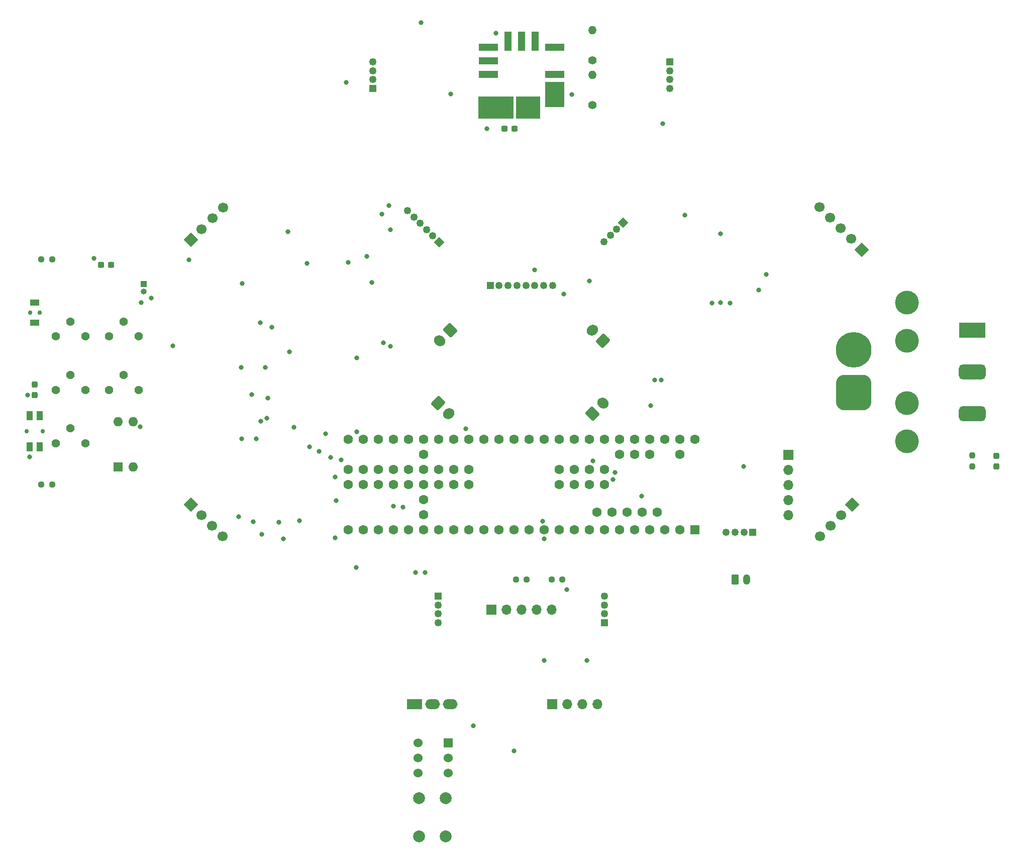
<source format=gbs>
G04 #@! TF.GenerationSoftware,KiCad,Pcbnew,(6.0.1)*
G04 #@! TF.CreationDate,2022-02-25T12:40:39+09:00*
G04 #@! TF.ProjectId,main20220221,6d61696e-3230-4323-9230-3232312e6b69,rev?*
G04 #@! TF.SameCoordinates,Original*
G04 #@! TF.FileFunction,Soldermask,Bot*
G04 #@! TF.FilePolarity,Negative*
%FSLAX46Y46*%
G04 Gerber Fmt 4.6, Leading zero omitted, Abs format (unit mm)*
G04 Created by KiCad (PCBNEW (6.0.1)) date 2022-02-25 12:40:39*
%MOMM*%
%LPD*%
G01*
G04 APERTURE LIST*
G04 Aperture macros list*
%AMRoundRect*
0 Rectangle with rounded corners*
0 $1 Rounding radius*
0 $2 $3 $4 $5 $6 $7 $8 $9 X,Y pos of 4 corners*
0 Add a 4 corners polygon primitive as box body*
4,1,4,$2,$3,$4,$5,$6,$7,$8,$9,$2,$3,0*
0 Add four circle primitives for the rounded corners*
1,1,$1+$1,$2,$3*
1,1,$1+$1,$4,$5*
1,1,$1+$1,$6,$7*
1,1,$1+$1,$8,$9*
0 Add four rect primitives between the rounded corners*
20,1,$1+$1,$2,$3,$4,$5,0*
20,1,$1+$1,$4,$5,$6,$7,0*
20,1,$1+$1,$6,$7,$8,$9,0*
20,1,$1+$1,$8,$9,$2,$3,0*%
%AMHorizOval*
0 Thick line with rounded ends*
0 $1 width*
0 $2 $3 position (X,Y) of the first rounded end (center of the circle)*
0 $4 $5 position (X,Y) of the second rounded end (center of the circle)*
0 Add line between two ends*
20,1,$1,$2,$3,$4,$5,0*
0 Add two circle primitives to create the rounded ends*
1,1,$1,$2,$3*
1,1,$1,$4,$5*%
%AMRotRect*
0 Rectangle, with rotation*
0 The origin of the aperture is its center*
0 $1 length*
0 $2 width*
0 $3 Rotation angle, in degrees counterclockwise*
0 Add horizontal line*
21,1,$1,$2,0,0,$3*%
G04 Aperture macros list end*
%ADD10C,1.400000*%
%ADD11O,1.400000X1.400000*%
%ADD12R,1.250000X1.250000*%
%ADD13C,1.250000*%
%ADD14R,1.700000X1.700000*%
%ADD15O,1.700000X1.700000*%
%ADD16R,1.600000X1.600000*%
%ADD17O,1.600000X1.600000*%
%ADD18R,2.500000X1.700000*%
%ADD19O,2.500000X1.700000*%
%ADD20C,1.431000*%
%ADD21RoundRect,0.250000X-0.954594X-0.106066X-0.106066X-0.954594X0.954594X0.106066X0.106066X0.954594X0*%
%ADD22HorizOval,1.700000X-0.106066X-0.106066X0.106066X0.106066X0*%
%ADD23RoundRect,0.250000X0.106066X-0.954594X0.954594X-0.106066X-0.106066X0.954594X-0.954594X0.106066X0*%
%ADD24HorizOval,1.700000X-0.106066X0.106066X0.106066X-0.106066X0*%
%ADD25RoundRect,0.250000X-0.106066X0.954594X-0.954594X0.106066X0.106066X-0.954594X0.954594X-0.106066X0*%
%ADD26C,4.000000*%
%ADD27R,1.000000X1.000000*%
%ADD28O,1.000000X1.000000*%
%ADD29RoundRect,0.250000X-0.350000X-0.625000X0.350000X-0.625000X0.350000X0.625000X-0.350000X0.625000X0*%
%ADD30O,1.200000X1.750000*%
%ADD31RoundRect,0.631000X-1.631000X-0.631000X1.631000X-0.631000X1.631000X0.631000X-1.631000X0.631000X0*%
%ADD32R,4.524000X2.524000*%
%ADD33R,1.251000X1.251000*%
%ADD34C,1.251000*%
%ADD35C,2.000000*%
%ADD36RoundRect,1.500000X1.500000X-1.500000X1.500000X1.500000X-1.500000X1.500000X-1.500000X-1.500000X0*%
%ADD37C,6.000000*%
%ADD38R,1.524000X1.524000*%
%ADD39C,1.524000*%
%ADD40RoundRect,0.250000X0.954594X0.106066X0.106066X0.954594X-0.954594X-0.106066X-0.106066X-0.954594X0*%
%ADD41HorizOval,1.700000X0.106066X0.106066X-0.106066X-0.106066X0*%
%ADD42RotRect,1.251000X1.251000X225.000000*%
%ADD43RotRect,1.251000X1.251000X135.000000*%
%ADD44RotRect,1.700000X1.700000X225.000000*%
%ADD45HorizOval,1.700000X0.000000X0.000000X0.000000X0.000000X0*%
%ADD46RoundRect,0.237500X-0.300000X-0.237500X0.300000X-0.237500X0.300000X0.237500X-0.300000X0.237500X0*%
%ADD47RoundRect,0.237500X-0.237500X0.300000X-0.237500X-0.300000X0.237500X-0.300000X0.237500X0.300000X0*%
%ADD48RoundRect,0.237500X0.250000X0.237500X-0.250000X0.237500X-0.250000X-0.237500X0.250000X-0.237500X0*%
%ADD49C,0.750000*%
%ADD50R,1.000000X1.550000*%
%ADD51C,1.600000*%
%ADD52RoundRect,0.237500X-0.237500X0.250000X-0.237500X-0.250000X0.237500X-0.250000X0.237500X0.250000X0*%
%ADD53R,1.600000X1.050000*%
%ADD54RotRect,1.700000X1.700000X135.000000*%
%ADD55HorizOval,1.700000X0.000000X0.000000X0.000000X0.000000X0*%
%ADD56RotRect,1.700000X1.700000X45.000000*%
%ADD57HorizOval,1.700000X0.000000X0.000000X0.000000X0.000000X0*%
%ADD58RoundRect,0.237500X-0.237500X0.287500X-0.237500X-0.287500X0.237500X-0.287500X0.237500X0.287500X0*%
%ADD59RotRect,1.700000X1.700000X315.000000*%
%ADD60HorizOval,1.700000X0.000000X0.000000X0.000000X0.000000X0*%
%ADD61R,3.300000X1.270000*%
%ADD62R,5.890000X3.810000*%
%ADD63R,4.120000X3.830000*%
%ADD64R,3.300000X4.320000*%
%ADD65R,1.270000X3.300000*%
%ADD66C,0.800000*%
G04 APERTURE END LIST*
D10*
X147000000Y-45000000D03*
D11*
X147000000Y-39920000D03*
D12*
X129750000Y-75425000D03*
D13*
X131250000Y-75425000D03*
X132750000Y-75425000D03*
X134250000Y-75425000D03*
X135750000Y-75425000D03*
X137250000Y-75425000D03*
X138750000Y-75425000D03*
X140250000Y-75425000D03*
D14*
X140190000Y-146000000D03*
D15*
X142730000Y-146000000D03*
X145270000Y-146000000D03*
X147810000Y-146000000D03*
D16*
X67000000Y-106000000D03*
D17*
X69540000Y-106000000D03*
X69540000Y-98380000D03*
X67000000Y-98380000D03*
D18*
X117000000Y-146000000D03*
D19*
X120000000Y-146000000D03*
X123000000Y-146000000D03*
D20*
X56500000Y-84000000D03*
X59000000Y-81500000D03*
X61500000Y-84000000D03*
D21*
X121000000Y-95232200D03*
D22*
X122767767Y-96999967D03*
D23*
X147000000Y-97000000D03*
D24*
X148767767Y-95232233D03*
D25*
X123000000Y-83000000D03*
D24*
X121232233Y-84767767D03*
D12*
X174000000Y-117000000D03*
D13*
X172500000Y-117000000D03*
X171000000Y-117000000D03*
X169500000Y-117000000D03*
D26*
X200000000Y-84754000D03*
X200000000Y-95246000D03*
X200000000Y-78316000D03*
X200000000Y-101684000D03*
D27*
X71374000Y-75184000D03*
D28*
X71374000Y-76454000D03*
D29*
X171000000Y-125000000D03*
D30*
X173000000Y-125000000D03*
D31*
X211000000Y-97000000D03*
D32*
X211000000Y-83000000D03*
D31*
X211000000Y-90000000D03*
D33*
X110000000Y-42250000D03*
D34*
X110000000Y-40750000D03*
X110000000Y-39250000D03*
X110000000Y-37750000D03*
D20*
X65500000Y-93000000D03*
X68000000Y-90500000D03*
X70500000Y-93000000D03*
D10*
X147000000Y-37540000D03*
D11*
X147000000Y-32460000D03*
D35*
X117750000Y-161750000D03*
X117750000Y-168250000D03*
X122250000Y-168250000D03*
X122250000Y-161750000D03*
D36*
X191000000Y-93500000D03*
D37*
X191000000Y-86300000D03*
D33*
X121000000Y-127750000D03*
D34*
X121000000Y-129250000D03*
X121000000Y-130750000D03*
X121000000Y-132250000D03*
D20*
X65500000Y-84000000D03*
X68000000Y-81500000D03*
X70500000Y-84000000D03*
X56500000Y-93000000D03*
X59000000Y-90500000D03*
X61500000Y-93000000D03*
D14*
X129925000Y-130000000D03*
D15*
X132465000Y-130000000D03*
X135005000Y-130000000D03*
X137545000Y-130000000D03*
X140085000Y-130000000D03*
D38*
X122645000Y-152460000D03*
D39*
X122645000Y-155000000D03*
X122645000Y-157540000D03*
X117565000Y-152460000D03*
X117565000Y-155000000D03*
X117565000Y-157540000D03*
D40*
X148767800Y-84767800D03*
D41*
X147000033Y-83000033D03*
D20*
X56500000Y-102000000D03*
X59000000Y-99500000D03*
X61500000Y-102000000D03*
D42*
X152121290Y-64878710D03*
D34*
X151060630Y-65939370D03*
X149999970Y-67000030D03*
X148939310Y-68060690D03*
D33*
X160000000Y-37750000D03*
D34*
X160000000Y-39250000D03*
X160000000Y-40750000D03*
X160000000Y-42250000D03*
D43*
X121121300Y-68121300D03*
D34*
X120060640Y-67060640D03*
X118999980Y-65999980D03*
X117939319Y-64939319D03*
X116878659Y-63878659D03*
X115817999Y-62817999D03*
D33*
X149000000Y-132250000D03*
D34*
X149000000Y-130750000D03*
X149000000Y-129250000D03*
X149000000Y-127750000D03*
D44*
X79295300Y-112330700D03*
D45*
X81091351Y-114126751D03*
X82887402Y-115922802D03*
X84683454Y-117718854D03*
D46*
X64137500Y-72000000D03*
X65862500Y-72000000D03*
D47*
X53000000Y-92137500D03*
X53000000Y-93862500D03*
D14*
X180000000Y-103925000D03*
D15*
X180000000Y-106465000D03*
X180000000Y-109005000D03*
X180000000Y-111545000D03*
X180000000Y-114085000D03*
D48*
X55912500Y-109000000D03*
X54087500Y-109000000D03*
X135912500Y-125000000D03*
X134087500Y-125000000D03*
D49*
X51625000Y-100000000D03*
X54375000Y-100000000D03*
D50*
X52150000Y-97375000D03*
X52150000Y-102625000D03*
X53850000Y-97375000D03*
X53850000Y-102625000D03*
D46*
X132137500Y-49000000D03*
X133862500Y-49000000D03*
D48*
X141912500Y-125000000D03*
X140087500Y-125000000D03*
D16*
X164210000Y-116620000D03*
D51*
X161670000Y-116620000D03*
X159130000Y-116620000D03*
X156590000Y-116620000D03*
X154050000Y-116620000D03*
X151510000Y-116620000D03*
X148970000Y-116620000D03*
X146430000Y-116620000D03*
X143890000Y-116620000D03*
X141350000Y-116620000D03*
X138810000Y-116620000D03*
X136270000Y-116620000D03*
X133730000Y-116620000D03*
X131190000Y-116620000D03*
X128650000Y-116620000D03*
X126110000Y-116620000D03*
X123570000Y-116620000D03*
X121030000Y-116620000D03*
X118490000Y-116620000D03*
X115950000Y-116620000D03*
X113410000Y-116620000D03*
X110870000Y-116620000D03*
X108330000Y-116620000D03*
X105790000Y-116620000D03*
X118490000Y-114080000D03*
X118490000Y-111540000D03*
X118490000Y-109000000D03*
X118490000Y-106460000D03*
X118490000Y-103920000D03*
X105790000Y-101380000D03*
X108330000Y-101380000D03*
X110870000Y-101380000D03*
X113410000Y-101380000D03*
X115950000Y-101380000D03*
X118490000Y-101380000D03*
X121030000Y-101380000D03*
X123570000Y-101380000D03*
X126110000Y-101380000D03*
X128650000Y-101380000D03*
X131190000Y-101380000D03*
X133730000Y-101380000D03*
X136270000Y-101380000D03*
X138810000Y-101380000D03*
X141350000Y-101380000D03*
X143890000Y-101380000D03*
X146430000Y-101380000D03*
X148970000Y-101380000D03*
X151510000Y-101380000D03*
X154050000Y-101380000D03*
X156590000Y-101380000D03*
X159130000Y-101380000D03*
X161670000Y-101380000D03*
X164210000Y-101380000D03*
X161670000Y-103920000D03*
X156590000Y-103920000D03*
X154050000Y-103920000D03*
X151510000Y-103920000D03*
X157860000Y-113620000D03*
X155320000Y-113620000D03*
X152780000Y-113620000D03*
X150240000Y-113620000D03*
X147700000Y-113620000D03*
X148970000Y-109000000D03*
X146430000Y-109000000D03*
X143890000Y-109000000D03*
X141350000Y-109000000D03*
X126110000Y-109000000D03*
X123570000Y-109000000D03*
X121030000Y-109000000D03*
X115950000Y-109000000D03*
X113410000Y-109000000D03*
X110870000Y-109000000D03*
X108330000Y-109000000D03*
X105790000Y-109000000D03*
X105790000Y-106460000D03*
X108330000Y-106460000D03*
X110870000Y-106460000D03*
X113410000Y-106460000D03*
X115950000Y-106460000D03*
X121030000Y-106460000D03*
X123570000Y-106460000D03*
X126110000Y-106460000D03*
X141350000Y-106460000D03*
X143890000Y-106460000D03*
X146430000Y-106460000D03*
X148970000Y-106460000D03*
D52*
X211000000Y-104087500D03*
X211000000Y-105912500D03*
D49*
X52200000Y-80000000D03*
X53800000Y-80000000D03*
D53*
X53000000Y-78300000D03*
X53000000Y-81700000D03*
D54*
X190704700Y-112330700D03*
D55*
X188908649Y-114126751D03*
X187112598Y-115922802D03*
X185316546Y-117718854D03*
D56*
X192388200Y-69388200D03*
D57*
X190592149Y-67592149D03*
X188796098Y-65796098D03*
X187000046Y-64000046D03*
X185203995Y-62203995D03*
D58*
X215000000Y-104125000D03*
X215000000Y-105875000D03*
D48*
X55912500Y-71000000D03*
X54087500Y-71000000D03*
D59*
X79330700Y-67704700D03*
D60*
X81126751Y-65908649D03*
X82922802Y-64112598D03*
X84718854Y-62316546D03*
D61*
X129422000Y-39873000D03*
D62*
X130693000Y-45457000D03*
D63*
X136154000Y-45457000D03*
D64*
X140599000Y-43298000D03*
D61*
X140602000Y-39873000D03*
X140602000Y-35293000D03*
D65*
X135017000Y-34278000D03*
X132727000Y-34278000D03*
D61*
X129422000Y-35293000D03*
X129422000Y-37583000D03*
D65*
X137297000Y-34278000D03*
D66*
X130744000Y-32913500D03*
X94911100Y-118105500D03*
X99258700Y-102568400D03*
X52150000Y-104263600D03*
X143504000Y-43298000D03*
X146460500Y-74680900D03*
X142115800Y-76842000D03*
X172466000Y-105918000D03*
X176276000Y-73533000D03*
X170180000Y-78359000D03*
X129159000Y-48990500D03*
X168529000Y-66675000D03*
X167132000Y-78359000D03*
X168572000Y-78316000D03*
X118806900Y-123766300D03*
X117125300Y-123766300D03*
X107139500Y-122965100D03*
X105489900Y-41225300D03*
X104604800Y-104844900D03*
X174998400Y-76155000D03*
X103604200Y-107709200D03*
X118109300Y-31161800D03*
X158582300Y-91311300D03*
X156804100Y-95647100D03*
X138850400Y-118124900D03*
X138572600Y-115163600D03*
X108992400Y-70486800D03*
X158824300Y-48195200D03*
X162523900Y-63600400D03*
X157490600Y-91319300D03*
X138814900Y-138558600D03*
X70769500Y-99227600D03*
X146075600Y-138558600D03*
X51794100Y-93917700D03*
X112655900Y-62000000D03*
X112953100Y-66000000D03*
X102023700Y-100434000D03*
X62999600Y-70862100D03*
X79015200Y-71137200D03*
X142681700Y-126693100D03*
X111768000Y-85098100D03*
X112895400Y-85694300D03*
X111511800Y-63415100D03*
X109761400Y-74922000D03*
X150752800Y-106896500D03*
X95895600Y-86590200D03*
X107267800Y-87651800D03*
X95620500Y-66412600D03*
X155284100Y-110863900D03*
X107267800Y-100091900D03*
X137262300Y-72819700D03*
X102815800Y-104373400D03*
X98867500Y-71733700D03*
X150444800Y-108082300D03*
X87748400Y-89214100D03*
X91229000Y-117330100D03*
X90296500Y-101234900D03*
X125617100Y-99548900D03*
X103809800Y-111688100D03*
X91810800Y-89226000D03*
X92076300Y-97752700D03*
X103630300Y-117974800D03*
X92286000Y-94403400D03*
X92934200Y-82458100D03*
X94119500Y-115303900D03*
X91073000Y-98251800D03*
X90997700Y-81702600D03*
X115022000Y-112793900D03*
X113410000Y-112591800D03*
X123087500Y-43138600D03*
X126907100Y-149616700D03*
X133734800Y-153839200D03*
X96669400Y-99316600D03*
X72615600Y-77555700D03*
X70929400Y-78331000D03*
X87340800Y-114418900D03*
X76301300Y-85611500D03*
X89826800Y-115236700D03*
X147037700Y-104983800D03*
X100921300Y-103350100D03*
X87957700Y-75058100D03*
X87845600Y-101218900D03*
X89519700Y-93800700D03*
X105831200Y-71501000D03*
X97643200Y-115016300D03*
M02*

</source>
